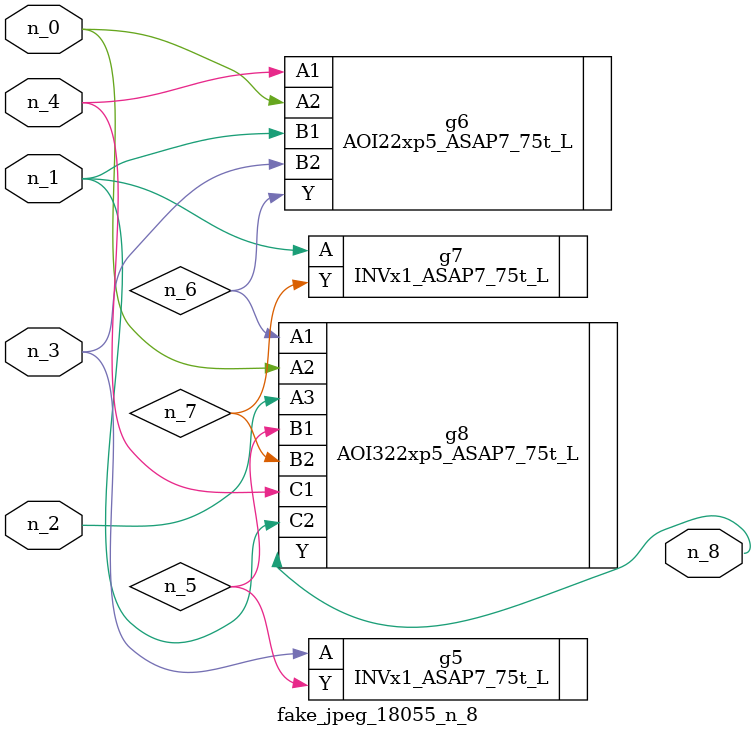
<source format=v>
module fake_jpeg_18055_n_8 (n_3, n_2, n_1, n_0, n_4, n_8);

input n_3;
input n_2;
input n_1;
input n_0;
input n_4;

output n_8;

wire n_6;
wire n_5;
wire n_7;

INVx1_ASAP7_75t_L g5 ( 
.A(n_3),
.Y(n_5)
);

AOI22xp5_ASAP7_75t_L g6 ( 
.A1(n_4),
.A2(n_0),
.B1(n_1),
.B2(n_3),
.Y(n_6)
);

INVx1_ASAP7_75t_L g7 ( 
.A(n_1),
.Y(n_7)
);

AOI322xp5_ASAP7_75t_L g8 ( 
.A1(n_6),
.A2(n_0),
.A3(n_2),
.B1(n_5),
.B2(n_7),
.C1(n_4),
.C2(n_1),
.Y(n_8)
);


endmodule
</source>
